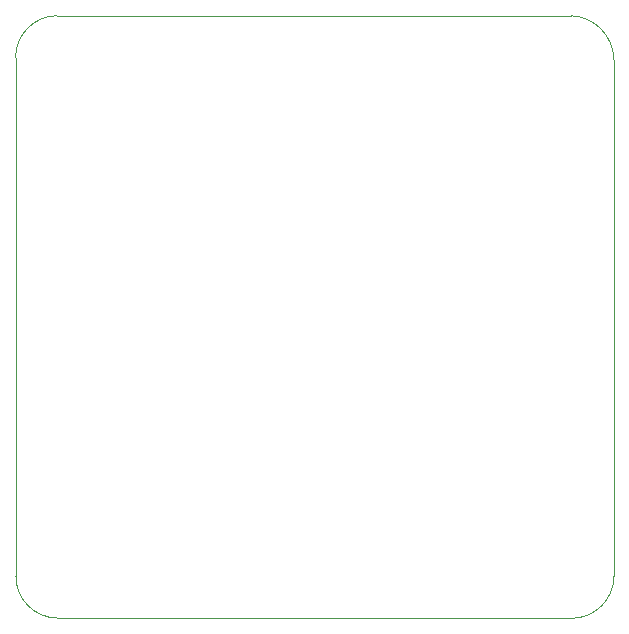
<source format=gm1>
G04 #@! TF.GenerationSoftware,KiCad,Pcbnew,8.0.7-8.0.7-0~ubuntu22.04.1*
G04 #@! TF.CreationDate,2025-01-30T21:49:18+01:00*
G04 #@! TF.ProjectId,linefollower_pcb,6c696e65-666f-46c6-9c6f-7765725f7063,rev?*
G04 #@! TF.SameCoordinates,Original*
G04 #@! TF.FileFunction,Profile,NP*
%FSLAX46Y46*%
G04 Gerber Fmt 4.6, Leading zero omitted, Abs format (unit mm)*
G04 Created by KiCad (PCBNEW 8.0.7-8.0.7-0~ubuntu22.04.1) date 2025-01-30 21:49:18*
%MOMM*%
%LPD*%
G01*
G04 APERTURE LIST*
G04 #@! TA.AperFunction,Profile*
%ADD10C,0.100000*%
G04 #@! TD*
G04 APERTURE END LIST*
D10*
X110170584Y-122422525D02*
G75*
G02*
X106570584Y-126022584I-3600084J25D01*
G01*
X106570584Y-126022525D02*
X66200000Y-126000000D01*
X106528907Y-75000000D02*
G75*
G02*
X110149985Y-78768109I-150007J-3768100D01*
G01*
X66146701Y-75000001D02*
X62971705Y-75000001D01*
X59500000Y-78545877D02*
G75*
G02*
X62971705Y-74999993I3546700J-23D01*
G01*
X63025004Y-126000000D02*
G75*
G02*
X59525007Y-122454709I45596J3545300D01*
G01*
X66146701Y-75000001D02*
X106528907Y-75000000D01*
X66200000Y-126000000D02*
X63025004Y-126000000D01*
X59525000Y-122454709D02*
X59500000Y-78545877D01*
X110150000Y-78768109D02*
X110170584Y-122422525D01*
M02*

</source>
